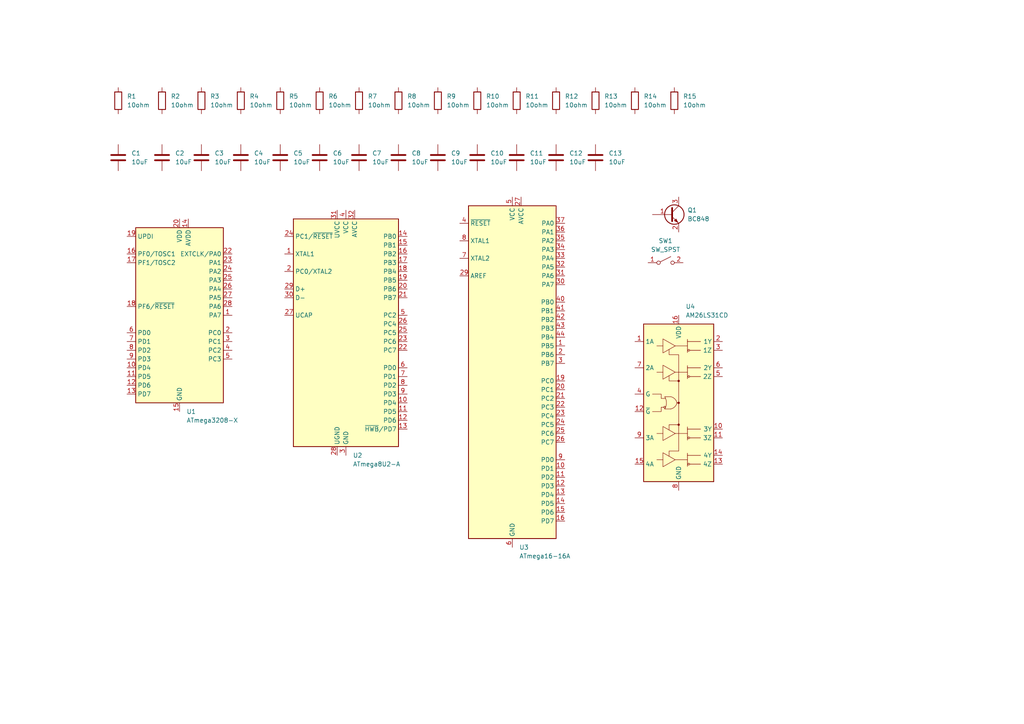
<source format=kicad_sch>
(kicad_sch (version 20211123) (generator eeschema)
  (paper "A4")
  (lib_symbols
    (symbol "Device:C" (pin_numbers hide) (pin_names (offset 0.254))
      (property "Reference" "C" (at 0.635 2.54 0))
      (property "Value" "C" (at 0.635 -2.54 0))
      (symbol "C_0_1"
        (polyline (pts (xy -2.032 -0.762) (xy 2.032 -0.762)) (stroke (width 0.508)))
        (polyline (pts (xy -2.032 0.762) (xy 2.032 0.762)) (stroke (width 0.508)))
      )
      (symbol "C_1_1"
        (pin passive line (at 0 3.81 270) (length 2.794) (name "~") (number "1"))
        (pin passive line (at 0 -3.81 90) (length 2.794) (name "~") (number "2"))
      )
    )
    (symbol "Device:R" (pin_numbers hide) (pin_names (offset 0))
      (property "Reference" "R" (at 2.032 0 90))
      (property "Value" "R" (at 0 0 90))
      (symbol "R_0_1"
        (rectangle (start -1.016 -2.54) (end 1.016 2.54) (stroke (width 0.254)))
      )
      (symbol "R_1_1"
        (pin passive line (at 0 3.81 270) (length 1.27) (name "~") (number "1"))
        (pin passive line (at 0 -3.81 90) (length 1.27) (name "~") (number "2"))
      )
    )
    (symbol "Interface:AM26LS31CD"
      (property "Reference" "U" (at -8.89 24.13 0))
      (property "Value" "AM26LS31CD" (at 10.16 24.13 0))
      (symbol "AM26LS31CD_0_1"
        (rectangle (start -10.16 22.86) (end 10.16 -22.86) (stroke (width 0.254)) (fill (type background)))
        (arc (start -4.064 -1.778) (mid -3.5541 0) (end -4.064 1.778) (stroke (width 0.127)))
        (circle (center -4.064 -1.27) (radius 0.254))
        (arc (start -2.286 -1.778) (mid -1.1381 -1.1479) (end -0.508 0) (stroke (width 0.127)))
        (arc (start -0.508 0) (mid -1.1381 1.1479) (end -2.286 1.778) (stroke (width 0.127)))
        (circle (center 0 -6.35) (radius 0.254) (fill (type outline)))
        (polyline (pts (xy -4.064 -1.778) (xy -2.286 -1.778)) (stroke (width 0.127)))
        (polyline (pts (xy -2.286 1.778) (xy -4.064 1.778)) (stroke (width 0.127)))
        (polyline (pts (xy -1.016 -16.51) (xy 2.54 -16.51)) (stroke (width 0.127)))
        (polyline (pts (xy -1.016 -8.89) (xy 2.54 -8.89)) (stroke (width 0.127)))
        (polyline (pts (xy -1.016 8.89) (xy 2.54 8.89)) (stroke (width 0.127)))
        (polyline (pts (xy -1.016 16.51) (xy 2.54 16.51)) (stroke (width 0.127)))
        (polyline (pts (xy -0.508 0) (xy 0 0)))
        (polyline (pts (xy 0 0) (xy 0 -13.97)) (stroke (width 0.127)))
        (polyline (pts (xy 0 6.35) (xy 0 0)) (stroke (width 0.127)))
        (polyline (pts (xy 2.54 -18.415) (xy 2.54 -14.605)) (stroke (width 0.1524)))
        (polyline (pts (xy 2.54 -15.24) (xy 6.35 -15.24)) (stroke (width 0.1524)))
        (polyline (pts (xy 2.54 -10.795) (xy 2.54 -6.985)) (stroke (width 0.1524)))
        (polyline (pts (xy 2.54 -7.62) (xy 6.35 -7.62)) (stroke (width 0.1524)))
        (polyline (pts (xy 2.54 6.985) (xy 2.54 10.795)) (stroke (width 0.1524)))
        (polyline (pts (xy 2.54 10.16) (xy 6.35 10.16)) (stroke (width 0.1524)))
        (polyline (pts (xy 2.54 14.605) (xy 2.54 18.415)) (stroke (width 0.1524)))
        (polyline (pts (xy 2.54 17.78) (xy 6.35 17.78)) (stroke (width 0.1524)))
        (polyline (pts (xy 6.35 -17.78) (xy 3.302 -17.78)) (stroke (width 0.1524)))
        (polyline (pts (xy 6.35 -10.16) (xy 3.302 -10.16)) (stroke (width 0.1524)))
        (polyline (pts (xy 6.35 7.62) (xy 3.302 7.62)) (stroke (width 0.1524)))
        (polyline (pts (xy 6.35 15.24) (xy 3.302 15.24)) (stroke (width 0.1524)))
        (polyline (pts (xy 0 -13.97) (xy -2.794 -13.97) (xy -2.794 -15.494)) (stroke (width 0.127)))
        (polyline (pts (xy 0 -6.35) (xy -2.794 -6.35) (xy -2.794 -7.874)) (stroke (width 0.127)))
        (polyline (pts (xy 0 6.35) (xy -2.794 6.35) (xy -2.794 7.874)) (stroke (width 0.127)))
        (polyline (pts (xy -7.62 2.54) (xy -5.08 2.54) (xy -5.08 1.27) (xy -3.81 1.27)) (stroke (width 0.127)))
        (polyline (pts (xy -4.572 18.542) (xy -4.572 14.478) (xy -1.016 16.51) (xy -4.572 18.542)) (stroke (width 0.127)))
        (polyline (pts (xy -4.318 -1.27) (xy -5.08 -1.27) (xy -5.08 -2.54) (xy -7.62 -2.54)) (stroke (width 0.127)))
        (polyline (pts (xy 0 6.35) (xy 0 13.97) (xy -2.794 13.97) (xy -2.794 15.494)) (stroke (width 0.127)))
        (circle (center 0 0) (radius 0.254) (fill (type outline)))
        (circle (center 0 6.35) (radius 0.254) (fill (type outline)))
        (circle (center 2.921 -17.78) (radius 0.254))
        (circle (center 2.921 -10.16) (radius 0.254))
        (circle (center 2.921 7.62) (radius 0.254))
        (circle (center 2.921 15.24) (radius 0.254))
      )
      (symbol "AM26LS31CD_1_1"
        (polyline (pts (xy -6.35 -16.51) (xy -4.572 -16.51)) (stroke (width 0.127)))
        (polyline (pts (xy -6.35 -8.89) (xy -4.572 -8.89)) (stroke (width 0.127)))
        (polyline (pts (xy -6.35 8.89) (xy -4.572 8.89)) (stroke (width 0.127)))
        (polyline (pts (xy -6.35 16.51) (xy -4.572 16.51)) (stroke (width 0.127)))
        (polyline (pts (xy -4.572 -14.478) (xy -4.572 -18.542) (xy -1.016 -16.51) (xy -4.572 -14.478)) (stroke (width 0.127)))
        (polyline (pts (xy -4.572 -6.858) (xy -4.572 -10.922) (xy -1.016 -8.89) (xy -4.572 -6.858)) (stroke (width 0.127)))
        (polyline (pts (xy -4.572 10.922) (xy -4.572 6.858) (xy -1.016 8.89) (xy -4.572 10.922)) (stroke (width 0.127)))
        (pin input line (at -12.7 17.78 0) (length 2.54) (name "1A") (number "1"))
        (pin tri_state line (at 12.7 -7.62 180) (length 2.54) (name "3Y") (number "10"))
        (pin tri_state line (at 12.7 -10.16 180) (length 2.54) (name "3Z") (number "11"))
        (pin input line (at -12.7 -2.54 0) (length 2.54) (name "~{G}") (number "12"))
        (pin tri_state line (at 12.7 -17.78 180) (length 2.54) (name "4Z") (number "13"))
        (pin tri_state line (at 12.7 -15.24 180) (length 2.54) (name "4Y") (number "14"))
        (pin input line (at -12.7 -17.78 0) (length 2.54) (name "4A") (number "15"))
        (pin power_in line (at 0 25.4 270) (length 2.54) (name "VDD") (number "16"))
        (pin tri_state line (at 12.7 17.78 180) (length 2.54) (name "1Y") (number "2"))
        (pin tri_state line (at 12.7 15.24 180) (length 2.54) (name "1Z") (number "3"))
        (pin input line (at -12.7 2.54 0) (length 2.54) (name "G") (number "4"))
        (pin tri_state line (at 12.7 7.62 180) (length 2.54) (name "2Z") (number "5"))
        (pin tri_state line (at 12.7 10.16 180) (length 2.54) (name "2Y") (number "6"))
        (pin input line (at -12.7 10.16 0) (length 2.54) (name "2A") (number "7"))
        (pin power_in line (at 0 -25.4 90) (length 2.54) (name "GND") (number "8"))
        (pin input line (at -12.7 -10.16 0) (length 2.54) (name "3A") (number "9"))
      )
    )
    (symbol "MCU_Microchip_ATmega:ATmega16-16A"
      (property "Reference" "U" (at -12.7 49.53 0))
      (property "Value" "ATmega16-16A" (at 2.54 -49.53 0))
      (symbol "ATmega16-16A_0_1"
        (rectangle (start -12.7 -48.26) (end 12.7 48.26) (stroke (width 0.254)) (fill (type background)))
      )
      (symbol "ATmega16-16A_1_1"
        (pin bidirectional line (at 15.24 7.62 180) (length 2.54) (name "PB5") (number "1"))
        (pin bidirectional line (at 15.24 -27.94 180) (length 2.54) (name "PD1") (number "10"))
        (pin bidirectional line (at 15.24 -30.48 180) (length 2.54) (name "PD2") (number "11"))
        (pin bidirectional line (at 15.24 -33.02 180) (length 2.54) (name "PD3") (number "12"))
        (pin bidirectional line (at 15.24 -35.56 180) (length 2.54) (name "PD4") (number "13"))
        (pin bidirectional line (at 15.24 -38.1 180) (length 2.54) (name "PD5") (number "14"))
        (pin bidirectional line (at 15.24 -40.64 180) (length 2.54) (name "PD6") (number "15"))
        (pin bidirectional line (at 15.24 -43.18 180) (length 2.54) (name "PD7") (number "16"))
        (pin passive line (at 0 50.8 270) (length 2.54) hide (name "VCC") (number "17"))
        (pin passive line (at 0 -50.8 90) (length 2.54) hide (name "GND") (number "18"))
        (pin bidirectional line (at 15.24 -2.54 180) (length 2.54) (name "PC0") (number "19"))
        (pin bidirectional line (at 15.24 5.08 180) (length 2.54) (name "PB6") (number "2"))
        (pin bidirectional line (at 15.24 -5.08 180) (length 2.54) (name "PC1") (number "20"))
        (pin bidirectional line (at 15.24 -7.62 180) (length 2.54) (name "PC2") (number "21"))
        (pin bidirectional line (at 15.24 -10.16 180) (length 2.54) (name "PC3") (number "22"))
        (pin bidirectional line (at 15.24 -12.7 180) (length 2.54) (name "PC4") (number "23"))
        (pin bidirectional line (at 15.24 -15.24 180) (length 2.54) (name "PC5") (number "24"))
        (pin bidirectional line (at 15.24 -17.78 180) (length 2.54) (name "PC6") (number "25"))
        (pin bidirectional line (at 15.24 -20.32 180) (length 2.54) (name "PC7") (number "26"))
        (pin power_in line (at 2.54 50.8 270) (length 2.54) (name "AVCC") (number "27"))
        (pin passive line (at 0 -50.8 90) (length 2.54) hide (name "GND") (number "28"))
        (pin passive line (at -15.24 27.94 0) (length 2.54) (name "AREF") (number "29"))
        (pin bidirectional line (at 15.24 2.54 180) (length 2.54) (name "PB7") (number "3"))
        (pin bidirectional line (at 15.24 25.4 180) (length 2.54) (name "PA7") (number "30"))
        (pin bidirectional line (at 15.24 27.94 180) (length 2.54) (name "PA6") (number "31"))
        (pin bidirectional line (at 15.24 30.48 180) (length 2.54) (name "PA5") (number "32"))
        (pin bidirectional line (at 15.24 33.02 180) (length 2.54) (name "PA4") (number "33"))
        (pin bidirectional line (at 15.24 35.56 180) (length 2.54) (name "PA3") (number "34"))
        (pin bidirectional line (at 15.24 38.1 180) (length 2.54) (name "PA2") (number "35"))
        (pin bidirectional line (at 15.24 40.64 180) (length 2.54) (name "PA1") (number "36"))
        (pin bidirectional line (at 15.24 43.18 180) (length 2.54) (name "PA0") (number "37"))
        (pin passive line (at 0 50.8 270) (length 2.54) hide (name "VCC") (number "38"))
        (pin passive line (at 0 -50.8 90) (length 2.54) hide (name "GND") (number "39"))
        (pin input line (at -15.24 43.18 0) (length 2.54) (name "~{RESET}") (number "4"))
        (pin bidirectional line (at 15.24 20.32 180) (length 2.54) (name "PB0") (number "40"))
        (pin bidirectional line (at 15.24 17.78 180) (length 2.54) (name "PB1") (number "41"))
        (pin bidirectional line (at 15.24 15.24 180) (length 2.54) (name "PB2") (number "42"))
        (pin bidirectional line (at 15.24 12.7 180) (length 2.54) (name "PB3") (number "43"))
        (pin bidirectional line (at 15.24 10.16 180) (length 2.54) (name "PB4") (number "44"))
        (pin power_in line (at 0 50.8 270) (length 2.54) (name "VCC") (number "5"))
        (pin power_in line (at 0 -50.8 90) (length 2.54) (name "GND") (number "6"))
        (pin output line (at -15.24 33.02 0) (length 2.54) (name "XTAL2") (number "7"))
        (pin input line (at -15.24 38.1 0) (length 2.54) (name "XTAL1") (number "8"))
        (pin bidirectional line (at 15.24 -25.4 180) (length 2.54) (name "PD0") (number "9"))
      )
    )
    (symbol "MCU_Microchip_ATmega:ATmega3208-X"
      (property "Reference" "U" (at -12.7 26.67 0))
      (property "Value" "ATmega3208-X" (at 2.54 -26.67 0))
      (symbol "ATmega3208-X_0_1"
        (rectangle (start -12.7 -25.4) (end 12.7 25.4) (stroke (width 0.254)) (fill (type background)))
      )
      (symbol "ATmega3208-X_1_1"
        (pin bidirectional line (at 15.24 0 180) (length 2.54) (name "PA7") (number "1"))
        (pin bidirectional line (at -15.24 -15.24 0) (length 2.54) (name "PD4") (number "10"))
        (pin bidirectional line (at -15.24 -17.78 0) (length 2.54) (name "PD5") (number "11"))
        (pin bidirectional line (at -15.24 -20.32 0) (length 2.54) (name "PD6") (number "12"))
        (pin bidirectional line (at -15.24 -22.86 0) (length 2.54) (name "PD7") (number "13"))
        (pin power_in line (at 2.54 27.94 270) (length 2.54) (name "AVDD") (number "14"))
        (pin power_in line (at 0 -27.94 90) (length 2.54) (name "GND") (number "15"))
        (pin bidirectional line (at -15.24 17.78 0) (length 2.54) (name "PF0/TOSC1") (number "16"))
        (pin bidirectional line (at -15.24 15.24 0) (length 2.54) (name "PF1/TOSC2") (number "17"))
        (pin bidirectional line (at -15.24 2.54 0) (length 2.54) (name "PF6/~{RESET}") (number "18"))
        (pin bidirectional line (at -15.24 22.86 0) (length 2.54) (name "UPDI") (number "19"))
        (pin bidirectional line (at 15.24 -5.08 180) (length 2.54) (name "PC0") (number "2"))
        (pin power_in line (at 0 27.94 270) (length 2.54) (name "VDD") (number "20"))
        (pin passive line (at 0 -27.94 90) (length 2.54) hide (name "GND") (number "21"))
        (pin bidirectional line (at 15.24 17.78 180) (length 2.54) (name "EXTCLK/PA0") (number "22"))
        (pin bidirectional line (at 15.24 15.24 180) (length 2.54) (name "PA1") (number "23"))
        (pin bidirectional line (at 15.24 12.7 180) (length 2.54) (name "PA2") (number "24"))
        (pin bidirectional line (at 15.24 10.16 180) (length 2.54) (name "PA3") (number "25"))
        (pin bidirectional line (at 15.24 7.62 180) (length 2.54) (name "PA4") (number "26"))
        (pin bidirectional line (at 15.24 5.08 180) (length 2.54) (name "PA5") (number "27"))
        (pin bidirectional line (at 15.24 2.54 180) (length 2.54) (name "PA6") (number "28"))
        (pin bidirectional line (at 15.24 -7.62 180) (length 2.54) (name "PC1") (number "3"))
        (pin bidirectional line (at 15.24 -10.16 180) (length 2.54) (name "PC2") (number "4"))
        (pin bidirectional line (at 15.24 -12.7 180) (length 2.54) (name "PC3") (number "5"))
        (pin bidirectional line (at -15.24 -5.08 0) (length 2.54) (name "PD0") (number "6"))
        (pin bidirectional line (at -15.24 -7.62 0) (length 2.54) (name "PD1") (number "7"))
        (pin bidirectional line (at -15.24 -10.16 0) (length 2.54) (name "PD2") (number "8"))
        (pin bidirectional line (at -15.24 -12.7 0) (length 2.54) (name "PD3") (number "9"))
      )
    )
    (symbol "MCU_Microchip_ATmega:ATmega8U2-A"
      (property "Reference" "U" (at -15.24 34.29 0))
      (property "Value" "ATmega8U2-A" (at 2.54 -34.29 0))
      (symbol "ATmega8U2-A_0_1"
        (rectangle (start -15.24 -33.02) (end 15.24 33.02) (stroke (width 0.254)) (fill (type background)))
      )
      (symbol "ATmega8U2-A_1_1"
        (pin input line (at -17.78 22.86 0) (length 2.54) (name "XTAL1") (number "1"))
        (pin bidirectional line (at 17.78 -20.32 180) (length 2.54) (name "PD4") (number "10"))
        (pin bidirectional line (at 17.78 -22.86 180) (length 2.54) (name "PD5") (number "11"))
        (pin bidirectional line (at 17.78 -25.4 180) (length 2.54) (name "PD6") (number "12"))
        (pin bidirectional line (at 17.78 -27.94 180) (length 2.54) (name "~{HWB}/PD7") (number "13"))
        (pin bidirectional line (at 17.78 27.94 180) (length 2.54) (name "PB0") (number "14"))
        (pin bidirectional line (at 17.78 25.4 180) (length 2.54) (name "PB1") (number "15"))
        (pin bidirectional line (at 17.78 22.86 180) (length 2.54) (name "PB2") (number "16"))
        (pin bidirectional line (at 17.78 20.32 180) (length 2.54) (name "PB3") (number "17"))
        (pin bidirectional line (at 17.78 17.78 180) (length 2.54) (name "PB4") (number "18"))
        (pin bidirectional line (at 17.78 15.24 180) (length 2.54) (name "PB5") (number "19"))
        (pin bidirectional line (at -17.78 17.78 0) (length 2.54) (name "PC0/XTAL2") (number "2"))
        (pin bidirectional line (at 17.78 12.7 180) (length 2.54) (name "PB6") (number "20"))
        (pin bidirectional line (at 17.78 10.16 180) (length 2.54) (name "PB7") (number "21"))
        (pin bidirectional line (at 17.78 -5.08 180) (length 2.54) (name "PC7") (number "22"))
        (pin bidirectional line (at 17.78 -2.54 180) (length 2.54) (name "PC6") (number "23"))
        (pin bidirectional line (at -17.78 27.94 0) (length 2.54) (name "PC1/~{RESET}") (number "24"))
        (pin bidirectional line (at 17.78 0 180) (length 2.54) (name "PC5") (number "25"))
        (pin bidirectional line (at 17.78 2.54 180) (length 2.54) (name "PC4") (number "26"))
        (pin passive line (at -17.78 5.08 0) (length 2.54) (name "UCAP") (number "27"))
        (pin power_in line (at -2.54 -35.56 90) (length 2.54) (name "UGND") (number "28"))
        (pin bidirectional line (at -17.78 12.7 0) (length 2.54) (name "D+") (number "29"))
        (pin power_in line (at 0 -35.56 90) (length 2.54) (name "GND") (number "3"))
        (pin bidirectional line (at -17.78 10.16 0) (length 2.54) (name "D-") (number "30"))
        (pin power_in line (at -2.54 35.56 270) (length 2.54) (name "UVCC") (number "31"))
        (pin power_in line (at 2.54 35.56 270) (length 2.54) (name "AVCC") (number "32"))
        (pin power_in line (at 0 35.56 270) (length 2.54) (name "VCC") (number "4"))
        (pin bidirectional line (at 17.78 5.08 180) (length 2.54) (name "PC2") (number "5"))
        (pin bidirectional line (at 17.78 -10.16 180) (length 2.54) (name "PD0") (number "6"))
        (pin bidirectional line (at 17.78 -12.7 180) (length 2.54) (name "PD1") (number "7"))
        (pin bidirectional line (at 17.78 -15.24 180) (length 2.54) (name "PD2") (number "8"))
        (pin bidirectional line (at 17.78 -17.78 180) (length 2.54) (name "PD3") (number "9"))
      )
    )
    (symbol "Switch:SW_SPST" (pin_names (offset 0) hide)
      (property "Reference" "SW" (at 0 3.175 0))
      (property "Value" "SW_SPST" (at 0 -2.54 0))
      (symbol "SW_SPST_0_0"
        (circle (center -2.032 0) (radius 0.508))
        (polyline (pts (xy -1.524 0.254) (xy 1.524 1.778)))
        (circle (center 2.032 0) (radius 0.508))
      )
      (symbol "SW_SPST_1_1"
        (pin passive line (at -5.08 0 0) (length 2.54) (name "A") (number "1"))
        (pin passive line (at 5.08 0 180) (length 2.54) (name "B") (number "2"))
      )
    )
    (symbol "Transistor_BJT:BC848" (pin_names (offset 0) hide)
      (property "Reference" "Q" (at 5.08 1.905 0))
      (property "Value" "BC848" (at 5.08 0 0))
      (symbol "BC848_0_1"
        (polyline (pts (xy 0.635 0.635) (xy 2.54 2.54)))
        (polyline (pts (xy 0.635 -0.635) (xy 2.54 -2.54) (xy 2.54 -2.54)))
        (polyline (pts (xy 0.635 1.905) (xy 0.635 -1.905) (xy 0.635 -1.905)) (stroke (width 0.508)))
        (polyline (pts (xy 1.27 -1.778) (xy 1.778 -1.27) (xy 2.286 -2.286) (xy 1.27 -1.778) (xy 1.27 -1.778)) (fill (type outline)))
        (circle (center 1.27 0) (radius 2.8194) (stroke (width 0.254)))
      )
      (symbol "BC848_1_1"
        (pin input line (at -5.08 0 0) (length 5.715) (name "B") (number "1"))
        (pin passive line (at 2.54 -5.08 90) (length 2.54) (name "E") (number "2"))
        (pin passive line (at 2.54 5.08 270) (length 2.54) (name "C") (number "3"))
      )
    )
  )
  (symbol (lib_id "Interface:AM26LS31CD") (at 196.85 116.84 0) (unit 1)
    (property "Reference" "U4" (at 198.8694 88.9 0) (effects (justify left)))
    (property "Value" "AM26LS31CD" (at 198.8694 91.44 0) (effects (justify left)))
    (property "Footprint" "Package_SO:SOIC-16_3.9x9.9mm_P1.27mm" (effects hide))
    (property "Datasheet" "https://www.ti.com/lit/ds/symlink/am26ls31.pdf" (effects hide))
  )
  (symbol (lib_id "Device:R") (at 184.15 29.21 0) (unit 1)
    (property "Reference" "R14" (at 186.69 27.9399 0) (effects (justify left)))
    (property "Value" "10ohm" (at 186.69 30.4799 0) (effects (justify left)))
    (property "Footprint" "Resistor_SMD:R_2816_7142Metric" (effects hide))
  )
  (symbol (lib_id "Device:R") (at 115.57 29.21 0) (unit 1)
    (property "Reference" "R8" (at 118.11 27.9399 0) (effects (justify left)))
    (property "Value" "10ohm" (at 118.11 30.4799 0) (effects (justify left)))
    (property "Footprint" "Resistor_SMD:R_1206_3216Metric" (effects hide))
  )
  (symbol (lib_id "Device:C") (at 149.86 45.72 0) (unit 1)
    (property "Reference" "C11" (at 153.67 44.4499 0) (effects (justify left)))
    (property "Value" "10uF" (at 153.67 46.9899 0) (effects (justify left)))
    (property "Footprint" "Capacitor_SMD:C_2220_5650Metric" (effects hide))
  )
  (symbol (lib_id "Device:R") (at 149.86 29.21 0) (unit 1)
    (property "Reference" "R11" (at 152.4 27.9399 0) (effects (justify left)))
    (property "Value" "10ohm" (at 152.4 30.4799 0) (effects (justify left)))
    (property "Footprint" "Resistor_SMD:R_1812_4532Metric" (effects hide))
  )
  (symbol (lib_id "Device:C") (at 46.99 45.72 0) (unit 1)
    (property "Reference" "C2" (at 50.8 44.4499 0) (effects (justify left)))
    (property "Value" "10uF" (at 50.8 46.9899 0) (effects (justify left)))
    (property "Footprint" "Capacitor_SMD:C_0402_1005Metric" (effects hide))
  )
  (symbol (lib_id "Device:C") (at 69.85 45.72 0) (unit 1)
    (property "Reference" "C4" (at 73.66 44.4499 0) (effects (justify left)))
    (property "Value" "10uF" (at 73.66 46.9899 0) (effects (justify left)))
    (property "Footprint" "Capacitor_SMD:C_0603_1608Metric" (effects hide))
  )
  (symbol (lib_id "MCU_Microchip_ATmega:ATmega8U2-A") (at 100.33 96.52 0) (unit 1)
    (property "Reference" "U2" (at 102.3494 132.08 0) (effects (justify left)))
    (property "Value" "ATmega8U2-A" (at 102.3494 134.62 0) (effects (justify left)))
    (property "Footprint" "Package_QFP:TQFP-32_7x7mm_P0.8mm" (effects hide))
    (property "Datasheet" "http://ww1.microchip.com/downloads/en/DeviceDoc/doc7799.pdf" (effects hide))
  )
  (symbol (lib_id "Device:R") (at 195.58 29.21 0) (unit 1)
    (property "Reference" "R15" (at 198.12 27.9399 0) (effects (justify left)))
    (property "Value" "10ohm" (at 198.12 30.4799 0) (effects (justify left)))
    (property "Footprint" "Resistor_SMD:R_4020_10251Metric" (effects hide))
  )
  (symbol (lib_id "Device:R") (at 127 29.21 0) (unit 1)
    (property "Reference" "R9" (at 129.54 27.9399 0) (effects (justify left)))
    (property "Value" "10ohm" (at 129.54 30.4799 0) (effects (justify left)))
    (property "Footprint" "Resistor_SMD:R_1210_3225Metric" (effects hide))
  )
  (symbol (lib_id "Device:C") (at 81.28 45.72 0) (unit 1)
    (property "Reference" "C5" (at 85.09 44.4499 0) (effects (justify left)))
    (property "Value" "10uF" (at 85.09 46.9899 0) (effects (justify left)))
    (property "Footprint" "Capacitor_SMD:C_0805_2012Metric" (effects hide))
  )
  (symbol (lib_id "Device:C") (at 115.57 45.72 0) (unit 1)
    (property "Reference" "C8" (at 119.38 44.4499 0) (effects (justify left)))
    (property "Value" "10uF" (at 119.38 46.9899 0) (effects (justify left)))
    (property "Footprint" "Capacitor_SMD:C_1210_3225Metric" (effects hide))
  )
  (symbol (lib_id "Device:R") (at 58.42 29.21 0) (unit 1)
    (property "Reference" "R3" (at 60.96 27.9399 0) (effects (justify left)))
    (property "Value" "10ohm" (at 60.96 30.4799 0) (effects (justify left)))
    (property "Footprint" "Resistor_SMD:R_0603_1608Metric" (effects hide))
  )
  (symbol (lib_id "MCU_Microchip_ATmega:ATmega16-16A") (at 148.59 107.95 0) (unit 1)
    (property "Reference" "U3" (at 150.6094 158.75 0) (effects (justify left)))
    (property "Value" "ATmega16-16A" (at 150.6094 161.29 0) (effects (justify left)))
    (property "Footprint" "Package_QFP:TQFP-44_10x10mm_P0.8mm" (effects hide))
    (property "Datasheet" "http://ww1.microchip.com/downloads/en/DeviceDoc/doc2466.pdf" (effects hide))
  )
  (symbol (lib_id "Device:R") (at 34.29 29.21 0) (unit 1)
    (property "Reference" "R1" (at 36.83 27.9399 0) (effects (justify left)))
    (property "Value" "10ohm" (at 36.83 30.4799 0) (effects (justify left)))
    (property "Footprint" "Resistor_SMD:R_0201_0603Metric" (effects hide))
  )
  (symbol (lib_id "Device:R") (at 46.99 29.21 0) (unit 1)
    (property "Reference" "R2" (at 49.53 27.9399 0) (effects (justify left)))
    (property "Value" "10ohm" (at 49.53 30.4799 0) (effects (justify left)))
    (property "Footprint" "Resistor_SMD:R_0402_1005Metric" (effects hide))
  )
  (symbol (lib_id "Switch:SW_SPST") (at 193.04 76.2 0) (unit 1)
    (property "Reference" "SW1" (at 193.04 69.85 0))
    (property "Value" "SW_SPST" (at 193.04 72.39 0))
    (property "Footprint" "Button_Switch_SMD:SW_SPST_B3SL-1022P" (effects hide))
  )
  (symbol (lib_id "Device:R") (at 69.85 29.21 0) (unit 1)
    (property "Reference" "R4" (at 72.39 27.9399 0) (effects (justify left)))
    (property "Value" "10ohm" (at 72.39 30.4799 0) (effects (justify left)))
    (property "Footprint" "Resistor_SMD:R_0805_2012Metric" (effects hide))
  )
  (symbol (lib_id "MCU_Microchip_ATmega:ATmega3208-X") (at 52.07 91.44 0) (unit 1)
    (property "Reference" "U1" (at 54.0894 119.38 0) (effects (justify left)))
    (property "Value" "ATmega3208-X" (at 54.0894 121.92 0) (effects (justify left)))
    (property "Footprint" "Package_SO:SSOP-28_5.3x10.2mm_P0.65mm" (effects hide))
    (property "Datasheet" "http://ww1.microchip.com/downloads/en/DeviceDoc/40002018A.pdf" (effects hide))
  )
  (symbol (lib_id "Device:C") (at 161.29 45.72 0) (unit 1)
    (property "Reference" "C12" (at 165.1 44.4499 0) (effects (justify left)))
    (property "Value" "10uF" (at 165.1 46.9899 0) (effects (justify left)))
    (property "Footprint" "Capacitor_SMD:C_2225_5664Metric" (effects hide))
  )
  (symbol (lib_id "Device:C") (at 58.42 45.72 0) (unit 1)
    (property "Reference" "C3" (at 62.23 44.4499 0) (effects (justify left)))
    (property "Value" "10uF" (at 62.23 46.9899 0) (effects (justify left)))
    (property "Footprint" "Capacitor_SMD:C_0504_1310Metric" (effects hide))
  )
  (symbol (lib_id "Device:R") (at 104.14 29.21 0) (unit 1)
    (property "Reference" "R7" (at 106.68 27.9399 0) (effects (justify left)))
    (property "Value" "10ohm" (at 106.68 30.4799 0) (effects (justify left)))
    (property "Footprint" "Resistor_SMD:R_1020_2550Metric" (effects hide))
  )
  (symbol (lib_id "Device:R") (at 172.72 29.21 0) (unit 1)
    (property "Reference" "R13" (at 175.26 27.9399 0) (effects (justify left)))
    (property "Value" "10ohm" (at 175.26 30.4799 0) (effects (justify left)))
    (property "Footprint" "Resistor_SMD:R_2512_6332Metric" (effects hide))
  )
  (symbol (lib_id "Device:R") (at 81.28 29.21 0) (unit 1)
    (property "Reference" "R5" (at 83.82 27.9399 0) (effects (justify left)))
    (property "Value" "10ohm" (at 83.82 30.4799 0) (effects (justify left)))
    (property "Footprint" "Resistor_SMD:R_0815_2038Metric" (effects hide))
  )
  (symbol (lib_id "Device:R") (at 161.29 29.21 0) (unit 1)
    (property "Reference" "R12" (at 163.83 27.9399 0) (effects (justify left)))
    (property "Value" "10ohm" (at 163.83 30.4799 0) (effects (justify left)))
    (property "Footprint" "Resistor_SMD:R_2010_5025Metric" (effects hide))
  )
  (symbol (lib_id "Device:C") (at 127 45.72 0) (unit 1)
    (property "Reference" "C9" (at 130.81 44.4499 0) (effects (justify left)))
    (property "Value" "10uF" (at 130.81 46.9899 0) (effects (justify left)))
    (property "Footprint" "Capacitor_SMD:C_1812_4532Metric" (effects hide))
  )
  (symbol (lib_id "Device:C") (at 172.72 45.72 0) (unit 1)
    (property "Reference" "C13" (at 176.53 44.4499 0) (effects (justify left)))
    (property "Value" "10uF" (at 176.53 46.9899 0) (effects (justify left)))
    (property "Footprint" "Capacitor_SMD:C_3640_9110Metric" (effects hide))
  )
  (symbol (lib_id "Device:C") (at 92.71 45.72 0) (unit 1)
    (property "Reference" "C6" (at 96.52 44.4499 0) (effects (justify left)))
    (property "Value" "10uF" (at 96.52 46.9899 0) (effects (justify left)))
    (property "Footprint" "Capacitor_SMD:C_01005_0402Metric" (effects hide))
  )
  (symbol (lib_id "Device:C") (at 104.14 45.72 0) (unit 1)
    (property "Reference" "C7" (at 107.95 44.4499 0) (effects (justify left)))
    (property "Value" "10uF" (at 107.95 46.9899 0) (effects (justify left)))
    (property "Footprint" "Capacitor_SMD:C_1206_3216Metric" (effects hide))
  )
  (symbol (lib_id "Device:R") (at 138.43 29.21 0) (unit 1)
    (property "Reference" "R10" (at 140.97 27.9399 0) (effects (justify left)))
    (property "Value" "10ohm" (at 140.97 30.4799 0) (effects (justify left)))
    (property "Footprint" "Resistor_SMD:R_1218_3246Metric" (effects hide))
  )
  (symbol (lib_id "Device:C") (at 34.29 45.72 0) (unit 1)
    (property "Reference" "C1" (at 38.1 44.4499 0) (effects (justify left)))
    (property "Value" "10uF" (at 38.1 46.9899 0) (effects (justify left)))
    (property "Footprint" "Capacitor_SMD:C_0201_0603Metric" (effects hide))
  )
  (symbol (lib_id "Device:R") (at 92.71 29.21 0) (unit 1)
    (property "Reference" "R6" (at 95.25 27.9399 0) (effects (justify left)))
    (property "Value" "10ohm" (at 95.25 30.4799 0) (effects (justify left)))
    (property "Footprint" "Resistor_SMD:R_01005_0402Metric" (effects hide))
  )
  (symbol (lib_id "Transistor_BJT:BC848") (at 194.31 62.23 0) (unit 1)
    (property "Reference" "Q1" (at 199.39 60.9599 0) (effects (justify left)))
    (property "Value" "BC848" (at 199.39 63.4999 0) (effects (justify left)))
    (property "Footprint" "Package_TO_SOT_SMD:SOT-23" (effects hide))
    (property "Datasheet" "http://www.infineon.com/dgdl/Infineon-BC847SERIES_BC848SERIES_BC849SERIES_BC850SERIES-DS-v01_01-en.pdf?fileId=db3a304314dca389011541d4630a1657" (effects hide))
  )
  (symbol (lib_id "Device:C") (at 138.43 45.72 0) (unit 1)
    (property "Reference" "C10" (at 142.24 44.4499 0) (effects (justify left)))
    (property "Value" "10uF" (at 142.24 46.9899 0) (effects (justify left)))
    (property "Footprint" "Capacitor_SMD:C_1825_4564Metric" (effects hide))
  )
)
</source>
